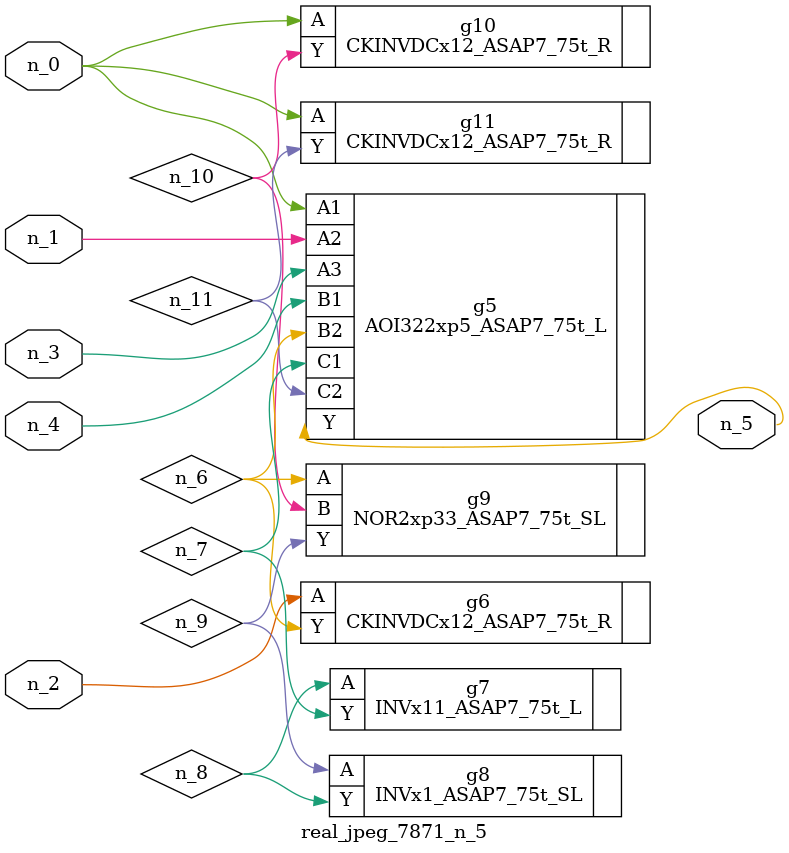
<source format=v>
module real_jpeg_7871_n_5 (n_4, n_0, n_1, n_2, n_3, n_5);

input n_4;
input n_0;
input n_1;
input n_2;
input n_3;

output n_5;

wire n_8;
wire n_11;
wire n_6;
wire n_7;
wire n_10;
wire n_9;

AOI322xp5_ASAP7_75t_L g5 ( 
.A1(n_0),
.A2(n_1),
.A3(n_3),
.B1(n_4),
.B2(n_6),
.C1(n_7),
.C2(n_11),
.Y(n_5)
);

CKINVDCx12_ASAP7_75t_R g10 ( 
.A(n_0),
.Y(n_10)
);

CKINVDCx12_ASAP7_75t_R g11 ( 
.A(n_0),
.Y(n_11)
);

CKINVDCx12_ASAP7_75t_R g6 ( 
.A(n_2),
.Y(n_6)
);

NOR2xp33_ASAP7_75t_SL g9 ( 
.A(n_6),
.B(n_10),
.Y(n_9)
);

INVx11_ASAP7_75t_L g7 ( 
.A(n_8),
.Y(n_7)
);

INVx1_ASAP7_75t_SL g8 ( 
.A(n_9),
.Y(n_8)
);


endmodule
</source>
